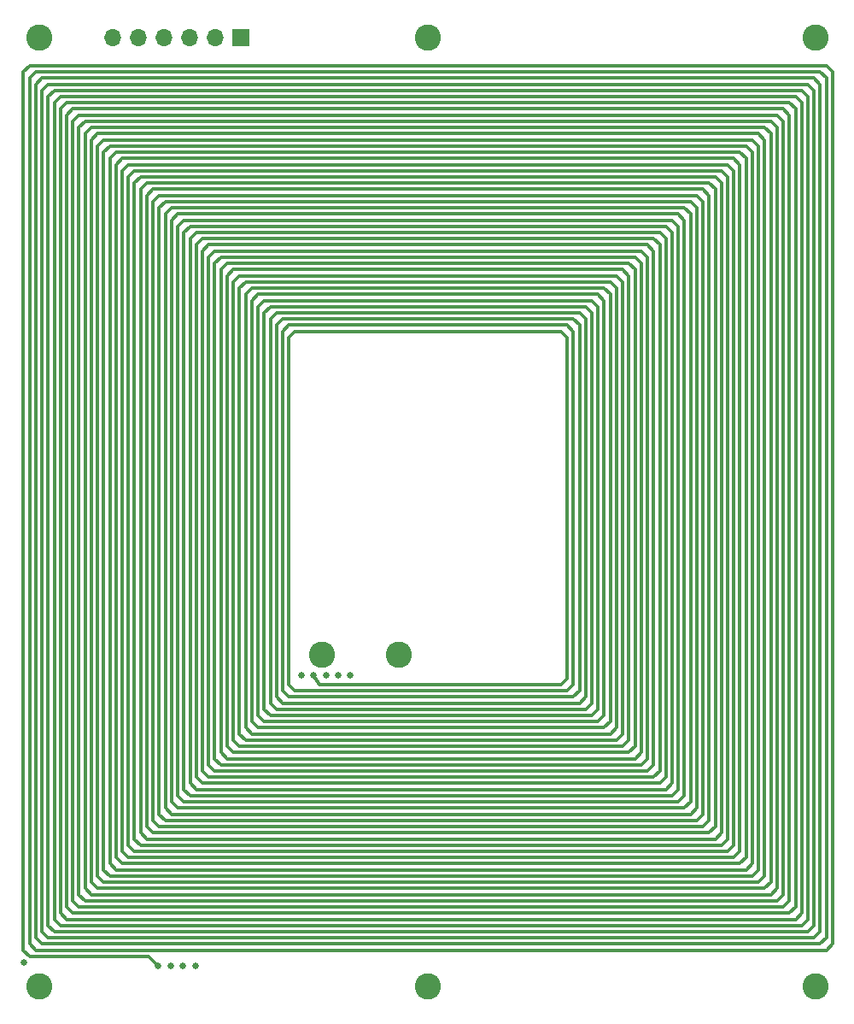
<source format=gbr>
%TF.GenerationSoftware,KiCad,Pcbnew,(6.0.5)*%
%TF.CreationDate,2022-08-19T15:48:38-07:00*%
%TF.ProjectId,Coil_Panels_XY,436f696c-5f50-4616-9e65-6c735f58592e,rev?*%
%TF.SameCoordinates,Original*%
%TF.FileFunction,Copper,L2,Inr*%
%TF.FilePolarity,Positive*%
%FSLAX46Y46*%
G04 Gerber Fmt 4.6, Leading zero omitted, Abs format (unit mm)*
G04 Created by KiCad (PCBNEW (6.0.5)) date 2022-08-19 15:48:38*
%MOMM*%
%LPD*%
G01*
G04 APERTURE LIST*
%TA.AperFunction,ComponentPad*%
%ADD10C,2.600000*%
%TD*%
%TA.AperFunction,ComponentPad*%
%ADD11R,1.700000X1.700000*%
%TD*%
%TA.AperFunction,ComponentPad*%
%ADD12O,1.700000X1.700000*%
%TD*%
%TA.AperFunction,ViaPad*%
%ADD13C,0.650000*%
%TD*%
%TA.AperFunction,Conductor*%
%ADD14C,0.306000*%
%TD*%
G04 APERTURE END LIST*
D10*
%TO.N,unconnected-(H1-Pad1)*%
%TO.C,H1*%
X111942000Y-49921999D03*
%TD*%
D11*
%TO.N,Net-(J1-Pad1)*%
%TO.C,J1*%
X131942000Y-49921999D03*
D12*
%TO.N,Net-(J1-Pad2)*%
X129402000Y-49921999D03*
%TO.N,Net-(J1-Pad3)*%
X126862000Y-49921999D03*
%TO.N,Net-(J1-Pad4)*%
X124322000Y-49921999D03*
%TO.N,Net-(J1-Pad5)*%
X121782000Y-49921999D03*
%TO.N,Net-(J1-Pad6)*%
X119242000Y-49921999D03*
%TD*%
D10*
%TO.N,unconnected-(H5-Pad1)*%
%TO.C,H5*%
X150442000Y-143921999D03*
%TD*%
%TO.N,unconnected-(H4-Pad1)*%
%TO.C,H4*%
X111942000Y-143921999D03*
%TD*%
%TO.N,Coil_OUT*%
%TO.C,TP1*%
X139986000Y-111092000D03*
X147606000Y-111092000D03*
%TD*%
%TO.N,unconnected-(H2-Pad1)*%
%TO.C,H2*%
X150442000Y-49921999D03*
%TD*%
%TO.N,unconnected-(H3-Pad1)*%
%TO.C,H3*%
X188942000Y-49921999D03*
%TD*%
%TO.N,unconnected-(H6-Pad1)*%
%TO.C,H6*%
X188942000Y-143921999D03*
%TD*%
D13*
%TO.N,Coil_OUT*%
X126184000Y-141856000D03*
X127408000Y-141856000D03*
X123736000Y-141856000D03*
X140358000Y-113092000D03*
X124960000Y-141856000D03*
X137910000Y-113092000D03*
X139134000Y-113092000D03*
X142806000Y-113092000D03*
X110394000Y-141513999D03*
X141582000Y-113092000D03*
%TD*%
D14*
%TO.N,Coil_OUT*%
X177742000Y-128086000D02*
X123834000Y-128086000D01*
X167950000Y-74746000D02*
X168561999Y-75358000D01*
X123222000Y-128698000D02*
X122610000Y-128086000D01*
X180190000Y-62506000D02*
X180802000Y-63118000D01*
X120774000Y-131146000D02*
X120162000Y-130534000D01*
X136074000Y-115846000D02*
X135462000Y-115234000D01*
X186310000Y-57610000D02*
X186310000Y-135429999D01*
X168561999Y-75358000D02*
X168561999Y-117682000D01*
X129342000Y-122578000D02*
X128730000Y-121966000D01*
X167950000Y-117070000D02*
X167338000Y-117682000D01*
X130566000Y-73522000D02*
X131178000Y-72910000D01*
X179578000Y-63118000D02*
X180190000Y-63730000D01*
X169174000Y-119518000D02*
X132402000Y-119518000D01*
X174682000Y-69237999D02*
X174682000Y-123802000D01*
X112206000Y-53938000D02*
X188757999Y-53938000D01*
X115878000Y-136041999D02*
X115266000Y-135429999D01*
X166114000Y-116458000D02*
X135462000Y-116458000D01*
X136686000Y-115234000D02*
X136074000Y-114622000D01*
X117102000Y-60058000D02*
X117714000Y-59446000D01*
X128118000Y-69850000D02*
X172846000Y-69850000D01*
X126894000Y-68626000D02*
X174070000Y-68626000D01*
X164890000Y-79030000D02*
X164890000Y-114010000D01*
X128730000Y-71686000D02*
X129342000Y-71074000D01*
X110370000Y-53326000D02*
X110982000Y-52714000D01*
X164278000Y-78418000D02*
X164890000Y-79030000D01*
X125670000Y-126250000D02*
X125058000Y-125638000D01*
X174682000Y-68014000D02*
X175293999Y-68626000D01*
X188146000Y-54550000D02*
X188758000Y-55162000D01*
X182638000Y-61282000D02*
X182638000Y-131757999D01*
X166726000Y-75970000D02*
X167338000Y-76582000D01*
X174070000Y-69850000D02*
X174070000Y-123190000D01*
X120774000Y-63730000D02*
X120774000Y-129922000D01*
X182026000Y-60670000D02*
X182638000Y-61282000D01*
X180802000Y-61894000D02*
X181414000Y-62506000D01*
X169174000Y-74745999D02*
X169174000Y-118294000D01*
X110982000Y-53938000D02*
X110982000Y-139714000D01*
X172233999Y-71686000D02*
X172233999Y-121354000D01*
X177742000Y-64954000D02*
X178354000Y-65566000D01*
X183862000Y-60058000D02*
X183862000Y-132981999D01*
X167950000Y-75969999D02*
X167950000Y-117070000D01*
X185698000Y-56998000D02*
X186310000Y-57610000D01*
X164890000Y-114010000D02*
X164278000Y-114622000D01*
X180190000Y-129310000D02*
X179578000Y-129922000D01*
X110982000Y-53938000D02*
X111594000Y-53326000D01*
X186922000Y-56998000D02*
X186922000Y-136041999D01*
X181414000Y-61282000D02*
X182025999Y-61894000D01*
X171622000Y-72298000D02*
X171622000Y-120742000D01*
X110370000Y-140326000D02*
X110982000Y-140938000D01*
X178354000Y-127474000D02*
X177742000Y-128086000D01*
X130566000Y-73522000D02*
X130566000Y-120130000D01*
X125058000Y-126862000D02*
X124446000Y-126250000D01*
X125670000Y-68626000D02*
X125670000Y-125026000D01*
X132402000Y-119518000D02*
X131790000Y-118906000D01*
X134850000Y-77805999D02*
X135462000Y-77194000D01*
X129954000Y-72910000D02*
X130566000Y-72298000D01*
X183862000Y-134205999D02*
X117714000Y-134205999D01*
X117714000Y-60670000D02*
X118326000Y-60058000D01*
X121998000Y-64954000D02*
X121998000Y-128698000D01*
X172234000Y-70462000D02*
X172846000Y-71073999D01*
X183250000Y-59446000D02*
X183862000Y-60058000D01*
X123222000Y-66178000D02*
X123834000Y-65566000D01*
X133014000Y-75969999D02*
X133626000Y-75358000D01*
X114654000Y-137265999D02*
X114042000Y-136653999D01*
X123222000Y-66178000D02*
X123222000Y-127474000D01*
X121998000Y-64954000D02*
X122610000Y-64342000D01*
X172846000Y-123190000D02*
X128730000Y-123190000D01*
X179578000Y-64342000D02*
X179578000Y-128698000D01*
X164278000Y-114622000D02*
X137298000Y-114622000D01*
X118938000Y-61894000D02*
X119549999Y-61282000D01*
X126894000Y-125026000D02*
X126282000Y-124414000D01*
X111594000Y-140325999D02*
X110982000Y-139713999D01*
X113430000Y-56386000D02*
X114042000Y-55774000D01*
X112818000Y-55774000D02*
X112818000Y-137878000D01*
X130566000Y-121354000D02*
X129954000Y-120742000D01*
X136685999Y-78418000D02*
X164278000Y-78418000D01*
X176518000Y-67401999D02*
X176518000Y-125638000D01*
X135462000Y-78418000D02*
X136073999Y-77806000D01*
X133626000Y-76582000D02*
X134238000Y-75970000D01*
X131790000Y-74745999D02*
X132402000Y-74134000D01*
X122610000Y-129310000D02*
X121998000Y-128698000D01*
X188146000Y-55774000D02*
X188146000Y-137265999D01*
X134238000Y-117682000D02*
X133626000Y-117070000D01*
X123221999Y-64954000D02*
X177742000Y-64954000D01*
X165502000Y-77194000D02*
X166114000Y-77805999D01*
X129342000Y-72298000D02*
X129342000Y-121354000D01*
X184474000Y-134817999D02*
X117102000Y-134817999D01*
X182638000Y-131757999D02*
X182026000Y-132369999D01*
X116490000Y-59446000D02*
X117102000Y-58834000D01*
X176518000Y-66178000D02*
X177130000Y-66790000D01*
X133626000Y-118294000D02*
X133014000Y-117682000D01*
X172233999Y-121354000D02*
X171622000Y-121966000D01*
X175905999Y-68013999D02*
X175905999Y-125026000D01*
X187534000Y-137877999D02*
X114042000Y-137877999D01*
X113430000Y-138490000D02*
X112818000Y-137878000D01*
X174070000Y-68626000D02*
X174682000Y-69237999D01*
X133014000Y-75969999D02*
X133014000Y-117682000D01*
X190594000Y-53326000D02*
X190594000Y-139713999D01*
X128730000Y-70462000D02*
X172234000Y-70462000D01*
X115878000Y-58834000D02*
X115878000Y-134817999D01*
X189370000Y-53326000D02*
X189982000Y-53938000D01*
X132402000Y-75358000D02*
X132402000Y-118294000D01*
X187534000Y-136653999D02*
X186922000Y-137265999D01*
X132402000Y-74134000D02*
X168562000Y-74134000D01*
X169174000Y-118294000D02*
X168562000Y-118906000D01*
X166114000Y-115234000D02*
X165502000Y-115846000D01*
X163666000Y-114010000D02*
X139746000Y-114010000D01*
X177130000Y-126250000D02*
X176518000Y-126862000D01*
X171010000Y-121354000D02*
X130566000Y-121354000D01*
X114042000Y-55774000D02*
X186922000Y-55774000D01*
X123834000Y-66790000D02*
X124446000Y-66178000D01*
X170398000Y-120742000D02*
X131178000Y-120742000D01*
X186310000Y-136653999D02*
X115266000Y-136653999D01*
X185085999Y-134205999D02*
X184474000Y-134817999D01*
X168561999Y-117682000D02*
X167950000Y-118294000D01*
X126282000Y-69237999D02*
X126894000Y-68626000D01*
X117714000Y-134205999D02*
X117102000Y-133593999D01*
X189982000Y-52714000D02*
X190594000Y-53326000D01*
X172846000Y-121966000D02*
X172234000Y-122578000D01*
X120162000Y-63118000D02*
X120774000Y-62506000D01*
X115266000Y-56998000D02*
X185698000Y-56998000D01*
X180802000Y-131146000D02*
X120774000Y-131146000D01*
X170398000Y-73522000D02*
X170398000Y-119518000D01*
X137298000Y-79030000D02*
X163666000Y-79030000D01*
X180190000Y-63730000D02*
X180190000Y-129310000D01*
X121386000Y-130534000D02*
X120774000Y-129922000D01*
X171010000Y-71686000D02*
X171622000Y-72298000D01*
X189982000Y-140325999D02*
X111594000Y-140325999D01*
X115266000Y-58222000D02*
X115878000Y-57610000D01*
X121998000Y-129922000D02*
X121386000Y-129310000D01*
X133626000Y-76582000D02*
X133626000Y-117070000D01*
X118326000Y-61282000D02*
X118938000Y-60670000D01*
X178966000Y-129310000D02*
X122610000Y-129310000D01*
X131790000Y-74745999D02*
X131790000Y-118906000D01*
X129954000Y-72910000D02*
X129954000Y-120742000D01*
X117102000Y-60058000D02*
X117102000Y-133594000D01*
X171622000Y-121966000D02*
X129954000Y-121966000D01*
X137298000Y-114622000D02*
X136686000Y-114010000D01*
X118326000Y-61282000D02*
X118326000Y-132370000D01*
X171010000Y-72910000D02*
X171010000Y-120130000D01*
X173458000Y-123802000D02*
X128118000Y-123802000D01*
X169786000Y-74134000D02*
X169786000Y-118906000D01*
X188757999Y-139101999D02*
X112818000Y-139101999D01*
X114042000Y-137877999D02*
X113430000Y-137265999D01*
X116489999Y-58222000D02*
X184474000Y-58222000D01*
X180190000Y-130534000D02*
X121386000Y-130534000D01*
X135462000Y-77194000D02*
X165502000Y-77194000D01*
X187534000Y-55162000D02*
X188146000Y-55774000D01*
X189982000Y-139101999D02*
X189370000Y-139713999D01*
X121998000Y-63730000D02*
X178966000Y-63730000D01*
X112206000Y-55162000D02*
X112206000Y-138490000D01*
X167338000Y-116458000D02*
X166726000Y-117070000D01*
X169174000Y-73522000D02*
X169786000Y-74134000D01*
X129342000Y-72298000D02*
X129954000Y-71686000D01*
X182025999Y-61894000D02*
X182025999Y-131145999D01*
X119550000Y-62506000D02*
X120162000Y-61894000D01*
X171010000Y-120130000D02*
X170398000Y-120742000D01*
X175293999Y-124414000D02*
X174682000Y-125026000D01*
X134850000Y-77805999D02*
X134850000Y-115846000D01*
X169786000Y-72910000D02*
X170398000Y-73522000D01*
X125058000Y-68013999D02*
X125058000Y-125638000D01*
X188758000Y-137878000D02*
X188146000Y-138490000D01*
X135462000Y-116458000D02*
X134850000Y-115846000D01*
X177742000Y-126862000D02*
X177130000Y-127474000D01*
X136686000Y-79642000D02*
X137298000Y-79030000D01*
X178965999Y-64954000D02*
X178965999Y-128086000D01*
X134238000Y-77194000D02*
X134238000Y-116458000D01*
X185085999Y-58834000D02*
X185085999Y-134205999D01*
X175293999Y-125638000D02*
X126282000Y-125638000D01*
X169786000Y-118906000D02*
X169174000Y-119518000D01*
X110370000Y-53326000D02*
X110370000Y-140326000D01*
X170398000Y-72298000D02*
X171010000Y-72910000D01*
X118938000Y-60670000D02*
X182026000Y-60670000D01*
X113430000Y-56386000D02*
X113430000Y-137266000D01*
X112818000Y-139101999D02*
X112206000Y-138490000D01*
X117714000Y-60670000D02*
X117714000Y-132982000D01*
X120774000Y-62506000D02*
X180190000Y-62506000D01*
X185698000Y-134817999D02*
X185086000Y-135429999D01*
X110982000Y-52714000D02*
X189982000Y-52714000D01*
X134238000Y-77194000D02*
X134850000Y-76582000D01*
X120774000Y-63730000D02*
X121386000Y-63118000D01*
X124446000Y-67401999D02*
X124446000Y-126250000D01*
X110982000Y-140938000D02*
X122818000Y-140938000D01*
X114042000Y-56998000D02*
X114654000Y-56386000D01*
X164278000Y-113398000D02*
X163666000Y-114010000D01*
X131178000Y-72910000D02*
X169786000Y-72910000D01*
X135462000Y-78418000D02*
X135462000Y-115234000D01*
X130566000Y-72298000D02*
X170398000Y-72298000D01*
X185086000Y-57610000D02*
X185698000Y-58222000D01*
X136073999Y-79030000D02*
X136685999Y-78418000D01*
X116490000Y-135429999D02*
X115878000Y-134817999D01*
X124446000Y-67401999D02*
X125058000Y-66790000D01*
X124446000Y-127474000D02*
X123834000Y-126862000D01*
X136073999Y-77806000D02*
X164890000Y-77806000D01*
X185086000Y-135429999D02*
X116490000Y-135429999D01*
X131178000Y-74134000D02*
X131790000Y-73522000D01*
X164890000Y-77806000D02*
X165501999Y-78418000D01*
X124446000Y-66178000D02*
X176518000Y-66178000D01*
X175906000Y-66790000D02*
X176518000Y-67401999D01*
X184474000Y-59446000D02*
X184474000Y-133593999D01*
X167338000Y-75358000D02*
X167950000Y-75969999D01*
X134850000Y-117070000D02*
X134238000Y-116458000D01*
X126282000Y-69237999D02*
X126282000Y-124414000D01*
X171622000Y-120742000D02*
X171010000Y-121354000D01*
X181414000Y-62506000D02*
X181414000Y-130534000D01*
X134850000Y-76582000D02*
X166114000Y-76582000D01*
X166726000Y-77194000D02*
X166726000Y-115846000D01*
X119550000Y-132369999D02*
X118938000Y-131757999D01*
X119550000Y-62506000D02*
X119550000Y-131146000D01*
X118326000Y-133593999D02*
X117714000Y-132981999D01*
X122610000Y-65566000D02*
X123221999Y-64954000D01*
X175905999Y-125026000D02*
X175293999Y-125638000D01*
X174070000Y-124414000D02*
X127506000Y-124414000D01*
X180802000Y-129922000D02*
X180190000Y-130534000D01*
X172846000Y-71073999D02*
X172846000Y-121966000D01*
X115266000Y-136653999D02*
X114654000Y-136041999D01*
X173458000Y-69238000D02*
X174070000Y-69850000D01*
X179578000Y-129922000D02*
X121998000Y-129922000D01*
X177130000Y-66790000D02*
X177130000Y-126250000D01*
X186310000Y-135429999D02*
X185698000Y-136041999D01*
X125058000Y-66790000D02*
X175906000Y-66790000D01*
X129342000Y-71074000D02*
X171622000Y-71074000D01*
X189369999Y-54550000D02*
X189369999Y-138490000D01*
X114654000Y-56386000D02*
X186310000Y-56386000D01*
X119549999Y-61282000D02*
X181414000Y-61282000D01*
X178965999Y-128086000D02*
X178354000Y-128698000D01*
X183250000Y-133593999D02*
X118326000Y-133593999D01*
X121386000Y-63118000D02*
X179578000Y-63118000D01*
X166726000Y-115846000D02*
X166114000Y-116458000D01*
X165501999Y-78418000D02*
X165501999Y-114622000D01*
X174682000Y-125026000D02*
X126894000Y-125026000D01*
X126281999Y-68014000D02*
X174682000Y-68014000D01*
X131178000Y-74134000D02*
X131178000Y-119518000D01*
X126894000Y-69850000D02*
X127506000Y-69238000D01*
X186922000Y-136041999D02*
X186310000Y-136653999D01*
X114654000Y-57610000D02*
X115266000Y-56998000D01*
X120162000Y-61894000D02*
X180802000Y-61894000D01*
X131178000Y-120742000D02*
X130566000Y-120130000D01*
X122818000Y-140938000D02*
X123736000Y-141856000D01*
X131790000Y-120130000D02*
X131178000Y-119518000D01*
X164278000Y-79642000D02*
X164278000Y-113398000D01*
X123834000Y-66790000D02*
X123834000Y-126862000D01*
X182026000Y-132369999D02*
X119550000Y-132369999D01*
X118326000Y-60058000D02*
X182638000Y-60058000D01*
X186310000Y-56386000D02*
X186922000Y-56998000D01*
X174070000Y-123190000D02*
X173458000Y-123802000D01*
X127506000Y-124414000D02*
X126894000Y-123802000D01*
X113430000Y-55162000D02*
X187534000Y-55162000D01*
X125670000Y-67401999D02*
X175293999Y-67401999D01*
X177130000Y-127474000D02*
X124446000Y-127474000D01*
X186922000Y-55774000D02*
X187534000Y-56386000D01*
X126282000Y-125638000D02*
X125670000Y-125026000D01*
X133013999Y-74746000D02*
X167950000Y-74746000D01*
X114042000Y-56998000D02*
X114042000Y-136654000D01*
X183862000Y-132981999D02*
X183250000Y-133593999D01*
X182025999Y-131145999D02*
X181414000Y-131757999D01*
X168562000Y-118906000D02*
X133014000Y-118906000D01*
X166726000Y-117070000D02*
X134850000Y-117070000D01*
X128730000Y-71686000D02*
X128730000Y-121966000D01*
X111594000Y-54550000D02*
X112206000Y-53938000D01*
X166114000Y-77805999D02*
X166114000Y-115234000D01*
X178354000Y-64342000D02*
X178965999Y-64954000D01*
X117102000Y-58834000D02*
X183862000Y-58834000D01*
X181414000Y-130534000D02*
X180802000Y-131146000D01*
X163666000Y-79030000D02*
X164278000Y-79642000D01*
X171622000Y-71074000D02*
X172233999Y-71686000D01*
X133014000Y-118906000D02*
X132402000Y-118294000D01*
X111594000Y-53326000D02*
X189370000Y-53326000D01*
X172846000Y-69850000D02*
X173458000Y-70462000D01*
X139746000Y-114010000D02*
X139134000Y-113092000D01*
X164890000Y-115234000D02*
X136686000Y-115234000D01*
X127506000Y-70462000D02*
X127506000Y-123190000D01*
X128118000Y-71073999D02*
X128118000Y-122578000D01*
X123834000Y-128086000D02*
X123222000Y-127474000D01*
X182638000Y-60058000D02*
X183250000Y-60670000D01*
X167338000Y-76582000D02*
X167338000Y-116458000D01*
X136686000Y-79642000D02*
X136686000Y-114010000D01*
X183250000Y-60670000D02*
X183250000Y-132369999D01*
X177742000Y-66178000D02*
X177742000Y-126862000D01*
X184474000Y-133593999D02*
X183862000Y-134205999D01*
X170398000Y-119518000D02*
X169786000Y-120130000D01*
X184474000Y-58222000D02*
X185085999Y-58834000D01*
X112817999Y-54550000D02*
X188146000Y-54550000D01*
X128730000Y-123190000D02*
X128118000Y-122578000D01*
X175906000Y-126250000D02*
X125670000Y-126250000D01*
X115878000Y-58834000D02*
X116489999Y-58222000D01*
X116490000Y-59446000D02*
X116490000Y-134206000D01*
X118938000Y-61894000D02*
X118938000Y-131757999D01*
X176518000Y-125638000D02*
X175906000Y-126250000D01*
X175293999Y-68626000D02*
X175293999Y-124414000D01*
X168562000Y-74134000D02*
X169174000Y-74745999D01*
X125670000Y-68626000D02*
X126281999Y-68014000D01*
X178354000Y-65566000D02*
X178354000Y-127474000D01*
X174682000Y-123802000D02*
X174070000Y-124414000D01*
X167338000Y-117682000D02*
X134238000Y-117682000D01*
X112206000Y-55162000D02*
X112817999Y-54550000D01*
X112818000Y-55774000D02*
X113430000Y-55162000D01*
X177130000Y-65566000D02*
X177742000Y-66178000D01*
X189370000Y-139713999D02*
X112206000Y-139713999D01*
X172234000Y-122578000D02*
X129342000Y-122578000D01*
X120162000Y-131757999D02*
X119550000Y-131145999D01*
X117102000Y-134817999D02*
X116490000Y-134205999D01*
X173458000Y-122578000D02*
X172846000Y-123190000D01*
X180802000Y-63118000D02*
X180802000Y-129922000D01*
X133626000Y-75358000D02*
X167338000Y-75358000D01*
X123834000Y-65566000D02*
X177130000Y-65566000D01*
X136073999Y-79030000D02*
X136073999Y-114622000D01*
X183250000Y-132369999D02*
X182638000Y-132981999D01*
X122610000Y-64342000D02*
X178354000Y-64342000D01*
X129954000Y-71686000D02*
X171010000Y-71686000D01*
X128118000Y-123802000D02*
X127506000Y-123190000D01*
X188757999Y-53938000D02*
X189369999Y-54550000D01*
X134238000Y-75970000D02*
X166726000Y-75970000D01*
X167950000Y-118294000D02*
X133626000Y-118294000D01*
X132402000Y-75358000D02*
X133013999Y-74746000D01*
X178966000Y-63730000D02*
X179578000Y-64342000D01*
X127506000Y-70462000D02*
X128118000Y-69850000D01*
X182638000Y-132981999D02*
X118938000Y-132981999D01*
X115878000Y-57610000D02*
X185086000Y-57610000D01*
X185698000Y-136041999D02*
X115878000Y-136041999D01*
X121386000Y-64342000D02*
X121998000Y-63730000D01*
X125058000Y-68013999D02*
X125670000Y-67401999D01*
X121386000Y-64342000D02*
X121386000Y-129310000D01*
X175293999Y-67401999D02*
X175905999Y-68013999D01*
X128118000Y-71073999D02*
X128730000Y-70462000D01*
X122610000Y-65566000D02*
X122610000Y-128086000D01*
X127506000Y-69238000D02*
X173458000Y-69238000D01*
X114654000Y-57610000D02*
X114654000Y-136042000D01*
X129954000Y-121966000D02*
X129342000Y-121354000D01*
X179578000Y-128698000D02*
X178966000Y-129310000D01*
X188758000Y-55162000D02*
X188758000Y-137878000D01*
X115266000Y-58222000D02*
X115266000Y-135430000D01*
X165501999Y-114622000D02*
X164890000Y-115234000D01*
X120162000Y-63118000D02*
X120162000Y-130534000D01*
X183862000Y-58834000D02*
X184474000Y-59446000D01*
X185698000Y-58222000D02*
X185698000Y-134817999D01*
X178354000Y-128698000D02*
X123222000Y-128698000D01*
X186922000Y-137265999D02*
X114654000Y-137265999D01*
X117714000Y-59446000D02*
X183250000Y-59446000D01*
X189982000Y-53938000D02*
X189982000Y-139101999D01*
X187534000Y-56386000D02*
X187534000Y-136653999D01*
X126894000Y-69850000D02*
X126894000Y-123802000D01*
X173458000Y-70462000D02*
X173458000Y-122578000D01*
X181414000Y-131757999D02*
X120162000Y-131757999D01*
X166114000Y-76582000D02*
X166726000Y-77194000D01*
X112206000Y-139713999D02*
X111594000Y-139101999D01*
X165502000Y-115846000D02*
X136074000Y-115846000D01*
X188146000Y-138490000D02*
X113430000Y-138490000D01*
X176518000Y-126862000D02*
X125058000Y-126862000D01*
X118938000Y-132981999D02*
X118326000Y-132369999D01*
X169786000Y-120130000D02*
X131790000Y-120130000D01*
X188146000Y-137265999D02*
X187534000Y-137877999D01*
X111594000Y-54550000D02*
X111594000Y-139102000D01*
X189369999Y-138490000D02*
X188757999Y-139101999D01*
X131790000Y-73522000D02*
X169174000Y-73522000D01*
X190594000Y-139713999D02*
X189982000Y-140325999D01*
%TD*%
M02*

</source>
